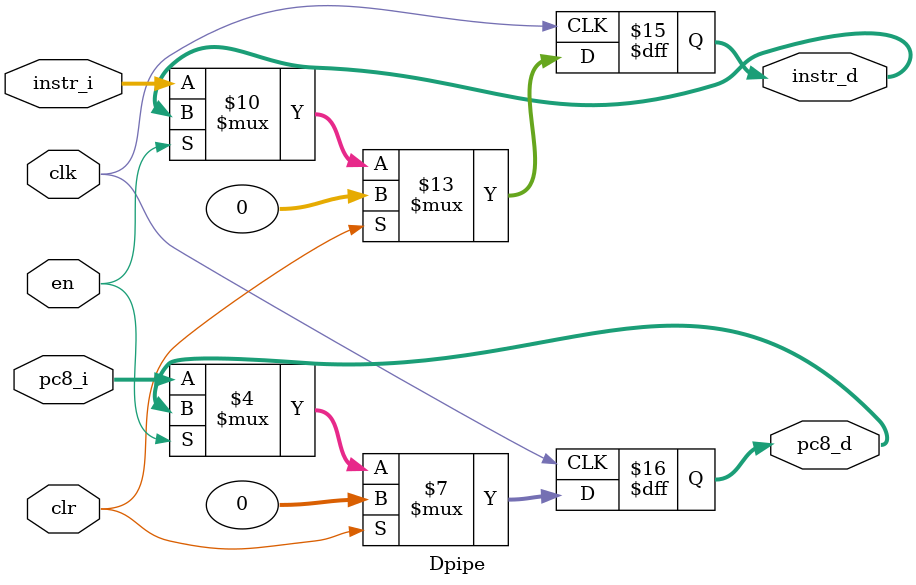
<source format=v>
`timescale 1ns / 1ps

module Dpipe (clk,clr,en,
				instr_i,pc8_i,
				instr_d,pc8_d);
input clk,clr,en;
input [31:0] instr_i,pc8_i;
output reg [31:0]instr_d,pc8_d;

initial begin
	instr_d<=0; pc8_d<=0;
end

always@(posedge clk)
	begin
		if(clr)
			begin
				instr_d<=0; pc8_d<=0;
			end
		else if(en)
			begin
				instr_d<=instr_d; pc8_d<=pc8_d;
			end
		else 
			begin
				instr_d<=instr_i; pc8_d<=pc8_i;
			end
	end
endmodule

</source>
